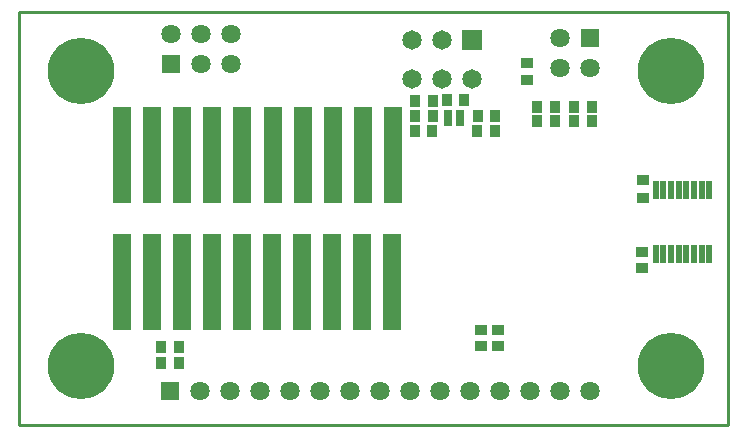
<source format=gbs>
G04*
G04 #@! TF.GenerationSoftware,Altium Limited,Altium Designer,18.1.9 (240)*
G04*
G04 Layer_Color=16711935*
%FSLAX44Y44*%
%MOMM*%
G71*
G01*
G75*
%ADD13C,0.2540*%
%ADD31R,0.8270X1.0270*%
%ADD32R,1.0270X0.9270*%
%ADD33R,0.9270X1.0270*%
%ADD34R,1.0270X0.8270*%
%ADD43C,1.6270*%
%ADD44R,1.6270X1.6270*%
%ADD45C,1.6510*%
%ADD46R,1.6510X1.6510*%
%ADD47C,5.6270*%
%ADD57R,1.6270X8.1270*%
%ADD58R,0.7874X0.3302*%
%ADD59R,0.4770X1.5270*%
D13*
X600000D01*
X0D02*
Y350000D01*
X600000D01*
Y0D02*
Y350000D01*
D31*
X484871Y269240D02*
D03*
X469871D02*
D03*
X453647Y269494D02*
D03*
X438647D02*
D03*
X453724Y257189D02*
D03*
X438724D02*
D03*
X485064Y257048D02*
D03*
X470064D02*
D03*
X402978Y261620D02*
D03*
X387978D02*
D03*
X402822Y248800D02*
D03*
X387822D02*
D03*
X335146Y274574D02*
D03*
X350146D02*
D03*
X334892Y261620D02*
D03*
X349892D02*
D03*
X334638Y248666D02*
D03*
X349638D02*
D03*
X135234Y52984D02*
D03*
X120234D02*
D03*
X134938Y65714D02*
D03*
X119938D02*
D03*
D32*
X391160Y80660D02*
D03*
Y66660D02*
D03*
X405130Y80660D02*
D03*
Y66660D02*
D03*
X527050Y146700D02*
D03*
Y132700D02*
D03*
D33*
X362316Y274828D02*
D03*
X376316D02*
D03*
D34*
X430022Y291814D02*
D03*
Y306814D02*
D03*
X527812Y207652D02*
D03*
Y192652D02*
D03*
D43*
X483600Y28851D02*
D03*
X458200D02*
D03*
X432800D02*
D03*
X407400D02*
D03*
X382000D02*
D03*
X356600D02*
D03*
X331200D02*
D03*
X305800D02*
D03*
X280400D02*
D03*
X255000D02*
D03*
X229600D02*
D03*
X204200D02*
D03*
X178800D02*
D03*
X153400D02*
D03*
X483400Y302000D02*
D03*
X458000Y327400D02*
D03*
Y302000D02*
D03*
X178892Y330762D02*
D03*
Y305362D02*
D03*
X153492Y330762D02*
D03*
Y305362D02*
D03*
X128092Y330762D02*
D03*
D44*
X128000Y28851D02*
D03*
X483400Y327400D02*
D03*
X128092Y305362D02*
D03*
D45*
X332711Y293116D02*
D03*
X358111D02*
D03*
X383511D02*
D03*
X332711Y326136D02*
D03*
X358111D02*
D03*
D46*
X383511D02*
D03*
D47*
X552000Y50000D02*
D03*
Y300000D02*
D03*
X52000D02*
D03*
Y50000D02*
D03*
D57*
X188798Y121216D02*
D03*
X163398D02*
D03*
X137998D02*
D03*
X112598D02*
D03*
X87198D02*
D03*
X87300Y228900D02*
D03*
X112700D02*
D03*
X138100D02*
D03*
X163500D02*
D03*
X188900D02*
D03*
X315900Y121100D02*
D03*
X290500D02*
D03*
X265100D02*
D03*
X239700D02*
D03*
X214300D02*
D03*
X316069Y228923D02*
D03*
X290669D02*
D03*
X265269D02*
D03*
X239869D02*
D03*
X214469D02*
D03*
D58*
X362601Y265176D02*
D03*
Y261620D02*
D03*
Y258064D02*
D03*
Y254508D02*
D03*
X372761D02*
D03*
Y258064D02*
D03*
Y261620D02*
D03*
Y265176D02*
D03*
D59*
X538850Y199060D02*
D03*
X545350D02*
D03*
X551850D02*
D03*
X558350D02*
D03*
X564850D02*
D03*
X571350D02*
D03*
X577850D02*
D03*
X584350D02*
D03*
X538850Y145060D02*
D03*
X545350D02*
D03*
X551850D02*
D03*
X558350D02*
D03*
X564850D02*
D03*
X571350D02*
D03*
X577850D02*
D03*
X584350D02*
D03*
M02*

</source>
